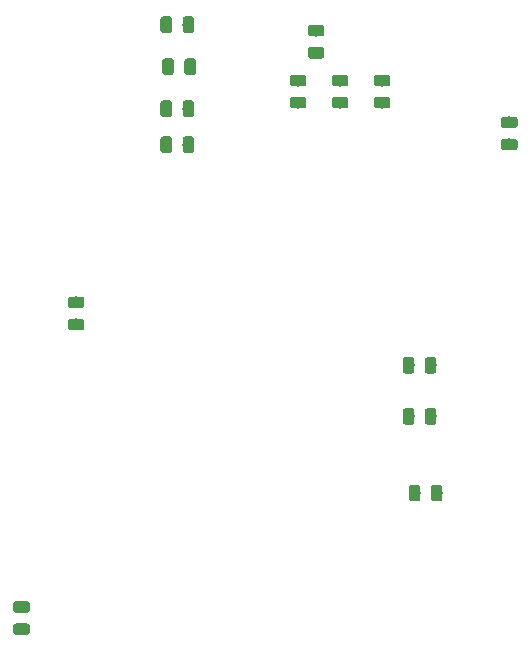
<source format=gbr>
G04 #@! TF.GenerationSoftware,KiCad,Pcbnew,(5.1.4)-1*
G04 #@! TF.CreationDate,2019-11-23T11:55:31-06:00*
G04 #@! TF.ProjectId,BPS_Nucleo,4250535f-4e75-4636-9c65-6f2e6b696361,rev?*
G04 #@! TF.SameCoordinates,Original*
G04 #@! TF.FileFunction,Paste,Bot*
G04 #@! TF.FilePolarity,Positive*
%FSLAX46Y46*%
G04 Gerber Fmt 4.6, Leading zero omitted, Abs format (unit mm)*
G04 Created by KiCad (PCBNEW (5.1.4)-1) date 2019-11-23 11:55:31*
%MOMM*%
%LPD*%
G04 APERTURE LIST*
%ADD10C,0.100000*%
%ADD11C,0.975000*%
G04 APERTURE END LIST*
D10*
G36*
X221386482Y-64293354D02*
G01*
X221410143Y-64296864D01*
X221433347Y-64302676D01*
X221455869Y-64310734D01*
X221477493Y-64320962D01*
X221498010Y-64333259D01*
X221517223Y-64347509D01*
X221534947Y-64363573D01*
X221551011Y-64381297D01*
X221565261Y-64400510D01*
X221577558Y-64421027D01*
X221587786Y-64442651D01*
X221595844Y-64465173D01*
X221601656Y-64488377D01*
X221605166Y-64512038D01*
X221606340Y-64535930D01*
X221606340Y-65023430D01*
X221605166Y-65047322D01*
X221601656Y-65070983D01*
X221595844Y-65094187D01*
X221587786Y-65116709D01*
X221577558Y-65138333D01*
X221565261Y-65158850D01*
X221551011Y-65178063D01*
X221534947Y-65195787D01*
X221517223Y-65211851D01*
X221498010Y-65226101D01*
X221477493Y-65238398D01*
X221455869Y-65248626D01*
X221433347Y-65256684D01*
X221410143Y-65262496D01*
X221386482Y-65266006D01*
X221362590Y-65267180D01*
X220450090Y-65267180D01*
X220426198Y-65266006D01*
X220402537Y-65262496D01*
X220379333Y-65256684D01*
X220356811Y-65248626D01*
X220335187Y-65238398D01*
X220314670Y-65226101D01*
X220295457Y-65211851D01*
X220277733Y-65195787D01*
X220261669Y-65178063D01*
X220247419Y-65158850D01*
X220235122Y-65138333D01*
X220224894Y-65116709D01*
X220216836Y-65094187D01*
X220211024Y-65070983D01*
X220207514Y-65047322D01*
X220206340Y-65023430D01*
X220206340Y-64535930D01*
X220207514Y-64512038D01*
X220211024Y-64488377D01*
X220216836Y-64465173D01*
X220224894Y-64442651D01*
X220235122Y-64421027D01*
X220247419Y-64400510D01*
X220261669Y-64381297D01*
X220277733Y-64363573D01*
X220295457Y-64347509D01*
X220314670Y-64333259D01*
X220335187Y-64320962D01*
X220356811Y-64310734D01*
X220379333Y-64302676D01*
X220402537Y-64296864D01*
X220426198Y-64293354D01*
X220450090Y-64292180D01*
X221362590Y-64292180D01*
X221386482Y-64293354D01*
X221386482Y-64293354D01*
G37*
D11*
X220906340Y-64779680D03*
D10*
G36*
X221386482Y-66168354D02*
G01*
X221410143Y-66171864D01*
X221433347Y-66177676D01*
X221455869Y-66185734D01*
X221477493Y-66195962D01*
X221498010Y-66208259D01*
X221517223Y-66222509D01*
X221534947Y-66238573D01*
X221551011Y-66256297D01*
X221565261Y-66275510D01*
X221577558Y-66296027D01*
X221587786Y-66317651D01*
X221595844Y-66340173D01*
X221601656Y-66363377D01*
X221605166Y-66387038D01*
X221606340Y-66410930D01*
X221606340Y-66898430D01*
X221605166Y-66922322D01*
X221601656Y-66945983D01*
X221595844Y-66969187D01*
X221587786Y-66991709D01*
X221577558Y-67013333D01*
X221565261Y-67033850D01*
X221551011Y-67053063D01*
X221534947Y-67070787D01*
X221517223Y-67086851D01*
X221498010Y-67101101D01*
X221477493Y-67113398D01*
X221455869Y-67123626D01*
X221433347Y-67131684D01*
X221410143Y-67137496D01*
X221386482Y-67141006D01*
X221362590Y-67142180D01*
X220450090Y-67142180D01*
X220426198Y-67141006D01*
X220402537Y-67137496D01*
X220379333Y-67131684D01*
X220356811Y-67123626D01*
X220335187Y-67113398D01*
X220314670Y-67101101D01*
X220295457Y-67086851D01*
X220277733Y-67070787D01*
X220261669Y-67053063D01*
X220247419Y-67033850D01*
X220235122Y-67013333D01*
X220224894Y-66991709D01*
X220216836Y-66969187D01*
X220211024Y-66945983D01*
X220207514Y-66922322D01*
X220206340Y-66898430D01*
X220206340Y-66410930D01*
X220207514Y-66387038D01*
X220211024Y-66363377D01*
X220216836Y-66340173D01*
X220224894Y-66317651D01*
X220235122Y-66296027D01*
X220247419Y-66275510D01*
X220261669Y-66256297D01*
X220277733Y-66238573D01*
X220295457Y-66222509D01*
X220314670Y-66208259D01*
X220335187Y-66195962D01*
X220356811Y-66185734D01*
X220379333Y-66177676D01*
X220402537Y-66171864D01*
X220426198Y-66168354D01*
X220450090Y-66167180D01*
X221362590Y-66167180D01*
X221386482Y-66168354D01*
X221386482Y-66168354D01*
G37*
D11*
X220906340Y-66654680D03*
D10*
G36*
X214274482Y-66168354D02*
G01*
X214298143Y-66171864D01*
X214321347Y-66177676D01*
X214343869Y-66185734D01*
X214365493Y-66195962D01*
X214386010Y-66208259D01*
X214405223Y-66222509D01*
X214422947Y-66238573D01*
X214439011Y-66256297D01*
X214453261Y-66275510D01*
X214465558Y-66296027D01*
X214475786Y-66317651D01*
X214483844Y-66340173D01*
X214489656Y-66363377D01*
X214493166Y-66387038D01*
X214494340Y-66410930D01*
X214494340Y-66898430D01*
X214493166Y-66922322D01*
X214489656Y-66945983D01*
X214483844Y-66969187D01*
X214475786Y-66991709D01*
X214465558Y-67013333D01*
X214453261Y-67033850D01*
X214439011Y-67053063D01*
X214422947Y-67070787D01*
X214405223Y-67086851D01*
X214386010Y-67101101D01*
X214365493Y-67113398D01*
X214343869Y-67123626D01*
X214321347Y-67131684D01*
X214298143Y-67137496D01*
X214274482Y-67141006D01*
X214250590Y-67142180D01*
X213338090Y-67142180D01*
X213314198Y-67141006D01*
X213290537Y-67137496D01*
X213267333Y-67131684D01*
X213244811Y-67123626D01*
X213223187Y-67113398D01*
X213202670Y-67101101D01*
X213183457Y-67086851D01*
X213165733Y-67070787D01*
X213149669Y-67053063D01*
X213135419Y-67033850D01*
X213123122Y-67013333D01*
X213112894Y-66991709D01*
X213104836Y-66969187D01*
X213099024Y-66945983D01*
X213095514Y-66922322D01*
X213094340Y-66898430D01*
X213094340Y-66410930D01*
X213095514Y-66387038D01*
X213099024Y-66363377D01*
X213104836Y-66340173D01*
X213112894Y-66317651D01*
X213123122Y-66296027D01*
X213135419Y-66275510D01*
X213149669Y-66256297D01*
X213165733Y-66238573D01*
X213183457Y-66222509D01*
X213202670Y-66208259D01*
X213223187Y-66195962D01*
X213244811Y-66185734D01*
X213267333Y-66177676D01*
X213290537Y-66171864D01*
X213314198Y-66168354D01*
X213338090Y-66167180D01*
X214250590Y-66167180D01*
X214274482Y-66168354D01*
X214274482Y-66168354D01*
G37*
D11*
X213794340Y-66654680D03*
D10*
G36*
X214274482Y-64293354D02*
G01*
X214298143Y-64296864D01*
X214321347Y-64302676D01*
X214343869Y-64310734D01*
X214365493Y-64320962D01*
X214386010Y-64333259D01*
X214405223Y-64347509D01*
X214422947Y-64363573D01*
X214439011Y-64381297D01*
X214453261Y-64400510D01*
X214465558Y-64421027D01*
X214475786Y-64442651D01*
X214483844Y-64465173D01*
X214489656Y-64488377D01*
X214493166Y-64512038D01*
X214494340Y-64535930D01*
X214494340Y-65023430D01*
X214493166Y-65047322D01*
X214489656Y-65070983D01*
X214483844Y-65094187D01*
X214475786Y-65116709D01*
X214465558Y-65138333D01*
X214453261Y-65158850D01*
X214439011Y-65178063D01*
X214422947Y-65195787D01*
X214405223Y-65211851D01*
X214386010Y-65226101D01*
X214365493Y-65238398D01*
X214343869Y-65248626D01*
X214321347Y-65256684D01*
X214298143Y-65262496D01*
X214274482Y-65266006D01*
X214250590Y-65267180D01*
X213338090Y-65267180D01*
X213314198Y-65266006D01*
X213290537Y-65262496D01*
X213267333Y-65256684D01*
X213244811Y-65248626D01*
X213223187Y-65238398D01*
X213202670Y-65226101D01*
X213183457Y-65211851D01*
X213165733Y-65195787D01*
X213149669Y-65178063D01*
X213135419Y-65158850D01*
X213123122Y-65138333D01*
X213112894Y-65116709D01*
X213104836Y-65094187D01*
X213099024Y-65070983D01*
X213095514Y-65047322D01*
X213094340Y-65023430D01*
X213094340Y-64535930D01*
X213095514Y-64512038D01*
X213099024Y-64488377D01*
X213104836Y-64465173D01*
X213112894Y-64442651D01*
X213123122Y-64421027D01*
X213135419Y-64400510D01*
X213149669Y-64381297D01*
X213165733Y-64363573D01*
X213183457Y-64347509D01*
X213202670Y-64333259D01*
X213223187Y-64320962D01*
X213244811Y-64310734D01*
X213267333Y-64302676D01*
X213290537Y-64296864D01*
X213314198Y-64293354D01*
X213338090Y-64292180D01*
X214250590Y-64292180D01*
X214274482Y-64293354D01*
X214274482Y-64293354D01*
G37*
D11*
X213794340Y-64779680D03*
D10*
G36*
X217830482Y-66168354D02*
G01*
X217854143Y-66171864D01*
X217877347Y-66177676D01*
X217899869Y-66185734D01*
X217921493Y-66195962D01*
X217942010Y-66208259D01*
X217961223Y-66222509D01*
X217978947Y-66238573D01*
X217995011Y-66256297D01*
X218009261Y-66275510D01*
X218021558Y-66296027D01*
X218031786Y-66317651D01*
X218039844Y-66340173D01*
X218045656Y-66363377D01*
X218049166Y-66387038D01*
X218050340Y-66410930D01*
X218050340Y-66898430D01*
X218049166Y-66922322D01*
X218045656Y-66945983D01*
X218039844Y-66969187D01*
X218031786Y-66991709D01*
X218021558Y-67013333D01*
X218009261Y-67033850D01*
X217995011Y-67053063D01*
X217978947Y-67070787D01*
X217961223Y-67086851D01*
X217942010Y-67101101D01*
X217921493Y-67113398D01*
X217899869Y-67123626D01*
X217877347Y-67131684D01*
X217854143Y-67137496D01*
X217830482Y-67141006D01*
X217806590Y-67142180D01*
X216894090Y-67142180D01*
X216870198Y-67141006D01*
X216846537Y-67137496D01*
X216823333Y-67131684D01*
X216800811Y-67123626D01*
X216779187Y-67113398D01*
X216758670Y-67101101D01*
X216739457Y-67086851D01*
X216721733Y-67070787D01*
X216705669Y-67053063D01*
X216691419Y-67033850D01*
X216679122Y-67013333D01*
X216668894Y-66991709D01*
X216660836Y-66969187D01*
X216655024Y-66945983D01*
X216651514Y-66922322D01*
X216650340Y-66898430D01*
X216650340Y-66410930D01*
X216651514Y-66387038D01*
X216655024Y-66363377D01*
X216660836Y-66340173D01*
X216668894Y-66317651D01*
X216679122Y-66296027D01*
X216691419Y-66275510D01*
X216705669Y-66256297D01*
X216721733Y-66238573D01*
X216739457Y-66222509D01*
X216758670Y-66208259D01*
X216779187Y-66195962D01*
X216800811Y-66185734D01*
X216823333Y-66177676D01*
X216846537Y-66171864D01*
X216870198Y-66168354D01*
X216894090Y-66167180D01*
X217806590Y-66167180D01*
X217830482Y-66168354D01*
X217830482Y-66168354D01*
G37*
D11*
X217350340Y-66654680D03*
D10*
G36*
X217830482Y-64293354D02*
G01*
X217854143Y-64296864D01*
X217877347Y-64302676D01*
X217899869Y-64310734D01*
X217921493Y-64320962D01*
X217942010Y-64333259D01*
X217961223Y-64347509D01*
X217978947Y-64363573D01*
X217995011Y-64381297D01*
X218009261Y-64400510D01*
X218021558Y-64421027D01*
X218031786Y-64442651D01*
X218039844Y-64465173D01*
X218045656Y-64488377D01*
X218049166Y-64512038D01*
X218050340Y-64535930D01*
X218050340Y-65023430D01*
X218049166Y-65047322D01*
X218045656Y-65070983D01*
X218039844Y-65094187D01*
X218031786Y-65116709D01*
X218021558Y-65138333D01*
X218009261Y-65158850D01*
X217995011Y-65178063D01*
X217978947Y-65195787D01*
X217961223Y-65211851D01*
X217942010Y-65226101D01*
X217921493Y-65238398D01*
X217899869Y-65248626D01*
X217877347Y-65256684D01*
X217854143Y-65262496D01*
X217830482Y-65266006D01*
X217806590Y-65267180D01*
X216894090Y-65267180D01*
X216870198Y-65266006D01*
X216846537Y-65262496D01*
X216823333Y-65256684D01*
X216800811Y-65248626D01*
X216779187Y-65238398D01*
X216758670Y-65226101D01*
X216739457Y-65211851D01*
X216721733Y-65195787D01*
X216705669Y-65178063D01*
X216691419Y-65158850D01*
X216679122Y-65138333D01*
X216668894Y-65116709D01*
X216660836Y-65094187D01*
X216655024Y-65070983D01*
X216651514Y-65047322D01*
X216650340Y-65023430D01*
X216650340Y-64535930D01*
X216651514Y-64512038D01*
X216655024Y-64488377D01*
X216660836Y-64465173D01*
X216668894Y-64442651D01*
X216679122Y-64421027D01*
X216691419Y-64400510D01*
X216705669Y-64381297D01*
X216721733Y-64363573D01*
X216739457Y-64347509D01*
X216758670Y-64333259D01*
X216779187Y-64320962D01*
X216800811Y-64310734D01*
X216823333Y-64302676D01*
X216846537Y-64296864D01*
X216870198Y-64293354D01*
X216894090Y-64292180D01*
X217806590Y-64292180D01*
X217830482Y-64293354D01*
X217830482Y-64293354D01*
G37*
D11*
X217350340Y-64779680D03*
D10*
G36*
X223406642Y-92524254D02*
G01*
X223430303Y-92527764D01*
X223453507Y-92533576D01*
X223476029Y-92541634D01*
X223497653Y-92551862D01*
X223518170Y-92564159D01*
X223537383Y-92578409D01*
X223555107Y-92594473D01*
X223571171Y-92612197D01*
X223585421Y-92631410D01*
X223597718Y-92651927D01*
X223607946Y-92673551D01*
X223616004Y-92696073D01*
X223621816Y-92719277D01*
X223625326Y-92742938D01*
X223626500Y-92766830D01*
X223626500Y-93679330D01*
X223625326Y-93703222D01*
X223621816Y-93726883D01*
X223616004Y-93750087D01*
X223607946Y-93772609D01*
X223597718Y-93794233D01*
X223585421Y-93814750D01*
X223571171Y-93833963D01*
X223555107Y-93851687D01*
X223537383Y-93867751D01*
X223518170Y-93882001D01*
X223497653Y-93894298D01*
X223476029Y-93904526D01*
X223453507Y-93912584D01*
X223430303Y-93918396D01*
X223406642Y-93921906D01*
X223382750Y-93923080D01*
X222895250Y-93923080D01*
X222871358Y-93921906D01*
X222847697Y-93918396D01*
X222824493Y-93912584D01*
X222801971Y-93904526D01*
X222780347Y-93894298D01*
X222759830Y-93882001D01*
X222740617Y-93867751D01*
X222722893Y-93851687D01*
X222706829Y-93833963D01*
X222692579Y-93814750D01*
X222680282Y-93794233D01*
X222670054Y-93772609D01*
X222661996Y-93750087D01*
X222656184Y-93726883D01*
X222652674Y-93703222D01*
X222651500Y-93679330D01*
X222651500Y-92766830D01*
X222652674Y-92742938D01*
X222656184Y-92719277D01*
X222661996Y-92696073D01*
X222670054Y-92673551D01*
X222680282Y-92651927D01*
X222692579Y-92631410D01*
X222706829Y-92612197D01*
X222722893Y-92594473D01*
X222740617Y-92578409D01*
X222759830Y-92564159D01*
X222780347Y-92551862D01*
X222801971Y-92541634D01*
X222824493Y-92533576D01*
X222847697Y-92527764D01*
X222871358Y-92524254D01*
X222895250Y-92523080D01*
X223382750Y-92523080D01*
X223406642Y-92524254D01*
X223406642Y-92524254D01*
G37*
D11*
X223139000Y-93223080D03*
D10*
G36*
X225281642Y-92524254D02*
G01*
X225305303Y-92527764D01*
X225328507Y-92533576D01*
X225351029Y-92541634D01*
X225372653Y-92551862D01*
X225393170Y-92564159D01*
X225412383Y-92578409D01*
X225430107Y-92594473D01*
X225446171Y-92612197D01*
X225460421Y-92631410D01*
X225472718Y-92651927D01*
X225482946Y-92673551D01*
X225491004Y-92696073D01*
X225496816Y-92719277D01*
X225500326Y-92742938D01*
X225501500Y-92766830D01*
X225501500Y-93679330D01*
X225500326Y-93703222D01*
X225496816Y-93726883D01*
X225491004Y-93750087D01*
X225482946Y-93772609D01*
X225472718Y-93794233D01*
X225460421Y-93814750D01*
X225446171Y-93833963D01*
X225430107Y-93851687D01*
X225412383Y-93867751D01*
X225393170Y-93882001D01*
X225372653Y-93894298D01*
X225351029Y-93904526D01*
X225328507Y-93912584D01*
X225305303Y-93918396D01*
X225281642Y-93921906D01*
X225257750Y-93923080D01*
X224770250Y-93923080D01*
X224746358Y-93921906D01*
X224722697Y-93918396D01*
X224699493Y-93912584D01*
X224676971Y-93904526D01*
X224655347Y-93894298D01*
X224634830Y-93882001D01*
X224615617Y-93867751D01*
X224597893Y-93851687D01*
X224581829Y-93833963D01*
X224567579Y-93814750D01*
X224555282Y-93794233D01*
X224545054Y-93772609D01*
X224536996Y-93750087D01*
X224531184Y-93726883D01*
X224527674Y-93703222D01*
X224526500Y-93679330D01*
X224526500Y-92766830D01*
X224527674Y-92742938D01*
X224531184Y-92719277D01*
X224536996Y-92696073D01*
X224545054Y-92673551D01*
X224555282Y-92651927D01*
X224567579Y-92631410D01*
X224581829Y-92612197D01*
X224597893Y-92594473D01*
X224615617Y-92578409D01*
X224634830Y-92564159D01*
X224655347Y-92551862D01*
X224676971Y-92541634D01*
X224699493Y-92533576D01*
X224722697Y-92527764D01*
X224746358Y-92524254D01*
X224770250Y-92523080D01*
X225257750Y-92523080D01*
X225281642Y-92524254D01*
X225281642Y-92524254D01*
G37*
D11*
X225014000Y-93223080D03*
D10*
G36*
X223914642Y-99001254D02*
G01*
X223938303Y-99004764D01*
X223961507Y-99010576D01*
X223984029Y-99018634D01*
X224005653Y-99028862D01*
X224026170Y-99041159D01*
X224045383Y-99055409D01*
X224063107Y-99071473D01*
X224079171Y-99089197D01*
X224093421Y-99108410D01*
X224105718Y-99128927D01*
X224115946Y-99150551D01*
X224124004Y-99173073D01*
X224129816Y-99196277D01*
X224133326Y-99219938D01*
X224134500Y-99243830D01*
X224134500Y-100156330D01*
X224133326Y-100180222D01*
X224129816Y-100203883D01*
X224124004Y-100227087D01*
X224115946Y-100249609D01*
X224105718Y-100271233D01*
X224093421Y-100291750D01*
X224079171Y-100310963D01*
X224063107Y-100328687D01*
X224045383Y-100344751D01*
X224026170Y-100359001D01*
X224005653Y-100371298D01*
X223984029Y-100381526D01*
X223961507Y-100389584D01*
X223938303Y-100395396D01*
X223914642Y-100398906D01*
X223890750Y-100400080D01*
X223403250Y-100400080D01*
X223379358Y-100398906D01*
X223355697Y-100395396D01*
X223332493Y-100389584D01*
X223309971Y-100381526D01*
X223288347Y-100371298D01*
X223267830Y-100359001D01*
X223248617Y-100344751D01*
X223230893Y-100328687D01*
X223214829Y-100310963D01*
X223200579Y-100291750D01*
X223188282Y-100271233D01*
X223178054Y-100249609D01*
X223169996Y-100227087D01*
X223164184Y-100203883D01*
X223160674Y-100180222D01*
X223159500Y-100156330D01*
X223159500Y-99243830D01*
X223160674Y-99219938D01*
X223164184Y-99196277D01*
X223169996Y-99173073D01*
X223178054Y-99150551D01*
X223188282Y-99128927D01*
X223200579Y-99108410D01*
X223214829Y-99089197D01*
X223230893Y-99071473D01*
X223248617Y-99055409D01*
X223267830Y-99041159D01*
X223288347Y-99028862D01*
X223309971Y-99018634D01*
X223332493Y-99010576D01*
X223355697Y-99004764D01*
X223379358Y-99001254D01*
X223403250Y-99000080D01*
X223890750Y-99000080D01*
X223914642Y-99001254D01*
X223914642Y-99001254D01*
G37*
D11*
X223647000Y-99700080D03*
D10*
G36*
X225789642Y-99001254D02*
G01*
X225813303Y-99004764D01*
X225836507Y-99010576D01*
X225859029Y-99018634D01*
X225880653Y-99028862D01*
X225901170Y-99041159D01*
X225920383Y-99055409D01*
X225938107Y-99071473D01*
X225954171Y-99089197D01*
X225968421Y-99108410D01*
X225980718Y-99128927D01*
X225990946Y-99150551D01*
X225999004Y-99173073D01*
X226004816Y-99196277D01*
X226008326Y-99219938D01*
X226009500Y-99243830D01*
X226009500Y-100156330D01*
X226008326Y-100180222D01*
X226004816Y-100203883D01*
X225999004Y-100227087D01*
X225990946Y-100249609D01*
X225980718Y-100271233D01*
X225968421Y-100291750D01*
X225954171Y-100310963D01*
X225938107Y-100328687D01*
X225920383Y-100344751D01*
X225901170Y-100359001D01*
X225880653Y-100371298D01*
X225859029Y-100381526D01*
X225836507Y-100389584D01*
X225813303Y-100395396D01*
X225789642Y-100398906D01*
X225765750Y-100400080D01*
X225278250Y-100400080D01*
X225254358Y-100398906D01*
X225230697Y-100395396D01*
X225207493Y-100389584D01*
X225184971Y-100381526D01*
X225163347Y-100371298D01*
X225142830Y-100359001D01*
X225123617Y-100344751D01*
X225105893Y-100328687D01*
X225089829Y-100310963D01*
X225075579Y-100291750D01*
X225063282Y-100271233D01*
X225053054Y-100249609D01*
X225044996Y-100227087D01*
X225039184Y-100203883D01*
X225035674Y-100180222D01*
X225034500Y-100156330D01*
X225034500Y-99243830D01*
X225035674Y-99219938D01*
X225039184Y-99196277D01*
X225044996Y-99173073D01*
X225053054Y-99150551D01*
X225063282Y-99128927D01*
X225075579Y-99108410D01*
X225089829Y-99089197D01*
X225105893Y-99071473D01*
X225123617Y-99055409D01*
X225142830Y-99041159D01*
X225163347Y-99028862D01*
X225184971Y-99018634D01*
X225207493Y-99010576D01*
X225230697Y-99004764D01*
X225254358Y-99001254D01*
X225278250Y-99000080D01*
X225765750Y-99000080D01*
X225789642Y-99001254D01*
X225789642Y-99001254D01*
G37*
D11*
X225522000Y-99700080D03*
D10*
G36*
X223406642Y-88193554D02*
G01*
X223430303Y-88197064D01*
X223453507Y-88202876D01*
X223476029Y-88210934D01*
X223497653Y-88221162D01*
X223518170Y-88233459D01*
X223537383Y-88247709D01*
X223555107Y-88263773D01*
X223571171Y-88281497D01*
X223585421Y-88300710D01*
X223597718Y-88321227D01*
X223607946Y-88342851D01*
X223616004Y-88365373D01*
X223621816Y-88388577D01*
X223625326Y-88412238D01*
X223626500Y-88436130D01*
X223626500Y-89348630D01*
X223625326Y-89372522D01*
X223621816Y-89396183D01*
X223616004Y-89419387D01*
X223607946Y-89441909D01*
X223597718Y-89463533D01*
X223585421Y-89484050D01*
X223571171Y-89503263D01*
X223555107Y-89520987D01*
X223537383Y-89537051D01*
X223518170Y-89551301D01*
X223497653Y-89563598D01*
X223476029Y-89573826D01*
X223453507Y-89581884D01*
X223430303Y-89587696D01*
X223406642Y-89591206D01*
X223382750Y-89592380D01*
X222895250Y-89592380D01*
X222871358Y-89591206D01*
X222847697Y-89587696D01*
X222824493Y-89581884D01*
X222801971Y-89573826D01*
X222780347Y-89563598D01*
X222759830Y-89551301D01*
X222740617Y-89537051D01*
X222722893Y-89520987D01*
X222706829Y-89503263D01*
X222692579Y-89484050D01*
X222680282Y-89463533D01*
X222670054Y-89441909D01*
X222661996Y-89419387D01*
X222656184Y-89396183D01*
X222652674Y-89372522D01*
X222651500Y-89348630D01*
X222651500Y-88436130D01*
X222652674Y-88412238D01*
X222656184Y-88388577D01*
X222661996Y-88365373D01*
X222670054Y-88342851D01*
X222680282Y-88321227D01*
X222692579Y-88300710D01*
X222706829Y-88281497D01*
X222722893Y-88263773D01*
X222740617Y-88247709D01*
X222759830Y-88233459D01*
X222780347Y-88221162D01*
X222801971Y-88210934D01*
X222824493Y-88202876D01*
X222847697Y-88197064D01*
X222871358Y-88193554D01*
X222895250Y-88192380D01*
X223382750Y-88192380D01*
X223406642Y-88193554D01*
X223406642Y-88193554D01*
G37*
D11*
X223139000Y-88892380D03*
D10*
G36*
X225281642Y-88193554D02*
G01*
X225305303Y-88197064D01*
X225328507Y-88202876D01*
X225351029Y-88210934D01*
X225372653Y-88221162D01*
X225393170Y-88233459D01*
X225412383Y-88247709D01*
X225430107Y-88263773D01*
X225446171Y-88281497D01*
X225460421Y-88300710D01*
X225472718Y-88321227D01*
X225482946Y-88342851D01*
X225491004Y-88365373D01*
X225496816Y-88388577D01*
X225500326Y-88412238D01*
X225501500Y-88436130D01*
X225501500Y-89348630D01*
X225500326Y-89372522D01*
X225496816Y-89396183D01*
X225491004Y-89419387D01*
X225482946Y-89441909D01*
X225472718Y-89463533D01*
X225460421Y-89484050D01*
X225446171Y-89503263D01*
X225430107Y-89520987D01*
X225412383Y-89537051D01*
X225393170Y-89551301D01*
X225372653Y-89563598D01*
X225351029Y-89573826D01*
X225328507Y-89581884D01*
X225305303Y-89587696D01*
X225281642Y-89591206D01*
X225257750Y-89592380D01*
X224770250Y-89592380D01*
X224746358Y-89591206D01*
X224722697Y-89587696D01*
X224699493Y-89581884D01*
X224676971Y-89573826D01*
X224655347Y-89563598D01*
X224634830Y-89551301D01*
X224615617Y-89537051D01*
X224597893Y-89520987D01*
X224581829Y-89503263D01*
X224567579Y-89484050D01*
X224555282Y-89463533D01*
X224545054Y-89441909D01*
X224536996Y-89419387D01*
X224531184Y-89396183D01*
X224527674Y-89372522D01*
X224526500Y-89348630D01*
X224526500Y-88436130D01*
X224527674Y-88412238D01*
X224531184Y-88388577D01*
X224536996Y-88365373D01*
X224545054Y-88342851D01*
X224555282Y-88321227D01*
X224567579Y-88300710D01*
X224581829Y-88281497D01*
X224597893Y-88263773D01*
X224615617Y-88247709D01*
X224634830Y-88233459D01*
X224655347Y-88221162D01*
X224676971Y-88210934D01*
X224699493Y-88202876D01*
X224722697Y-88197064D01*
X224746358Y-88193554D01*
X224770250Y-88192380D01*
X225257750Y-88192380D01*
X225281642Y-88193554D01*
X225281642Y-88193554D01*
G37*
D11*
X225014000Y-88892380D03*
D10*
G36*
X232143382Y-67834114D02*
G01*
X232167043Y-67837624D01*
X232190247Y-67843436D01*
X232212769Y-67851494D01*
X232234393Y-67861722D01*
X232254910Y-67874019D01*
X232274123Y-67888269D01*
X232291847Y-67904333D01*
X232307911Y-67922057D01*
X232322161Y-67941270D01*
X232334458Y-67961787D01*
X232344686Y-67983411D01*
X232352744Y-68005933D01*
X232358556Y-68029137D01*
X232362066Y-68052798D01*
X232363240Y-68076690D01*
X232363240Y-68564190D01*
X232362066Y-68588082D01*
X232358556Y-68611743D01*
X232352744Y-68634947D01*
X232344686Y-68657469D01*
X232334458Y-68679093D01*
X232322161Y-68699610D01*
X232307911Y-68718823D01*
X232291847Y-68736547D01*
X232274123Y-68752611D01*
X232254910Y-68766861D01*
X232234393Y-68779158D01*
X232212769Y-68789386D01*
X232190247Y-68797444D01*
X232167043Y-68803256D01*
X232143382Y-68806766D01*
X232119490Y-68807940D01*
X231206990Y-68807940D01*
X231183098Y-68806766D01*
X231159437Y-68803256D01*
X231136233Y-68797444D01*
X231113711Y-68789386D01*
X231092087Y-68779158D01*
X231071570Y-68766861D01*
X231052357Y-68752611D01*
X231034633Y-68736547D01*
X231018569Y-68718823D01*
X231004319Y-68699610D01*
X230992022Y-68679093D01*
X230981794Y-68657469D01*
X230973736Y-68634947D01*
X230967924Y-68611743D01*
X230964414Y-68588082D01*
X230963240Y-68564190D01*
X230963240Y-68076690D01*
X230964414Y-68052798D01*
X230967924Y-68029137D01*
X230973736Y-68005933D01*
X230981794Y-67983411D01*
X230992022Y-67961787D01*
X231004319Y-67941270D01*
X231018569Y-67922057D01*
X231034633Y-67904333D01*
X231052357Y-67888269D01*
X231071570Y-67874019D01*
X231092087Y-67861722D01*
X231113711Y-67851494D01*
X231136233Y-67843436D01*
X231159437Y-67837624D01*
X231183098Y-67834114D01*
X231206990Y-67832940D01*
X232119490Y-67832940D01*
X232143382Y-67834114D01*
X232143382Y-67834114D01*
G37*
D11*
X231663240Y-68320440D03*
D10*
G36*
X232143382Y-69709114D02*
G01*
X232167043Y-69712624D01*
X232190247Y-69718436D01*
X232212769Y-69726494D01*
X232234393Y-69736722D01*
X232254910Y-69749019D01*
X232274123Y-69763269D01*
X232291847Y-69779333D01*
X232307911Y-69797057D01*
X232322161Y-69816270D01*
X232334458Y-69836787D01*
X232344686Y-69858411D01*
X232352744Y-69880933D01*
X232358556Y-69904137D01*
X232362066Y-69927798D01*
X232363240Y-69951690D01*
X232363240Y-70439190D01*
X232362066Y-70463082D01*
X232358556Y-70486743D01*
X232352744Y-70509947D01*
X232344686Y-70532469D01*
X232334458Y-70554093D01*
X232322161Y-70574610D01*
X232307911Y-70593823D01*
X232291847Y-70611547D01*
X232274123Y-70627611D01*
X232254910Y-70641861D01*
X232234393Y-70654158D01*
X232212769Y-70664386D01*
X232190247Y-70672444D01*
X232167043Y-70678256D01*
X232143382Y-70681766D01*
X232119490Y-70682940D01*
X231206990Y-70682940D01*
X231183098Y-70681766D01*
X231159437Y-70678256D01*
X231136233Y-70672444D01*
X231113711Y-70664386D01*
X231092087Y-70654158D01*
X231071570Y-70641861D01*
X231052357Y-70627611D01*
X231034633Y-70611547D01*
X231018569Y-70593823D01*
X231004319Y-70574610D01*
X230992022Y-70554093D01*
X230981794Y-70532469D01*
X230973736Y-70509947D01*
X230967924Y-70486743D01*
X230964414Y-70463082D01*
X230963240Y-70439190D01*
X230963240Y-69951690D01*
X230964414Y-69927798D01*
X230967924Y-69904137D01*
X230973736Y-69880933D01*
X230981794Y-69858411D01*
X230992022Y-69836787D01*
X231004319Y-69816270D01*
X231018569Y-69797057D01*
X231034633Y-69779333D01*
X231052357Y-69763269D01*
X231071570Y-69749019D01*
X231092087Y-69736722D01*
X231113711Y-69726494D01*
X231136233Y-69718436D01*
X231159437Y-69712624D01*
X231183098Y-69709114D01*
X231206990Y-69707940D01*
X232119490Y-69707940D01*
X232143382Y-69709114D01*
X232143382Y-69709114D01*
G37*
D11*
X231663240Y-70195440D03*
D10*
G36*
X215798482Y-60072354D02*
G01*
X215822143Y-60075864D01*
X215845347Y-60081676D01*
X215867869Y-60089734D01*
X215889493Y-60099962D01*
X215910010Y-60112259D01*
X215929223Y-60126509D01*
X215946947Y-60142573D01*
X215963011Y-60160297D01*
X215977261Y-60179510D01*
X215989558Y-60200027D01*
X215999786Y-60221651D01*
X216007844Y-60244173D01*
X216013656Y-60267377D01*
X216017166Y-60291038D01*
X216018340Y-60314930D01*
X216018340Y-60802430D01*
X216017166Y-60826322D01*
X216013656Y-60849983D01*
X216007844Y-60873187D01*
X215999786Y-60895709D01*
X215989558Y-60917333D01*
X215977261Y-60937850D01*
X215963011Y-60957063D01*
X215946947Y-60974787D01*
X215929223Y-60990851D01*
X215910010Y-61005101D01*
X215889493Y-61017398D01*
X215867869Y-61027626D01*
X215845347Y-61035684D01*
X215822143Y-61041496D01*
X215798482Y-61045006D01*
X215774590Y-61046180D01*
X214862090Y-61046180D01*
X214838198Y-61045006D01*
X214814537Y-61041496D01*
X214791333Y-61035684D01*
X214768811Y-61027626D01*
X214747187Y-61017398D01*
X214726670Y-61005101D01*
X214707457Y-60990851D01*
X214689733Y-60974787D01*
X214673669Y-60957063D01*
X214659419Y-60937850D01*
X214647122Y-60917333D01*
X214636894Y-60895709D01*
X214628836Y-60873187D01*
X214623024Y-60849983D01*
X214619514Y-60826322D01*
X214618340Y-60802430D01*
X214618340Y-60314930D01*
X214619514Y-60291038D01*
X214623024Y-60267377D01*
X214628836Y-60244173D01*
X214636894Y-60221651D01*
X214647122Y-60200027D01*
X214659419Y-60179510D01*
X214673669Y-60160297D01*
X214689733Y-60142573D01*
X214707457Y-60126509D01*
X214726670Y-60112259D01*
X214747187Y-60099962D01*
X214768811Y-60089734D01*
X214791333Y-60081676D01*
X214814537Y-60075864D01*
X214838198Y-60072354D01*
X214862090Y-60071180D01*
X215774590Y-60071180D01*
X215798482Y-60072354D01*
X215798482Y-60072354D01*
G37*
D11*
X215318340Y-60558680D03*
D10*
G36*
X215798482Y-61947354D02*
G01*
X215822143Y-61950864D01*
X215845347Y-61956676D01*
X215867869Y-61964734D01*
X215889493Y-61974962D01*
X215910010Y-61987259D01*
X215929223Y-62001509D01*
X215946947Y-62017573D01*
X215963011Y-62035297D01*
X215977261Y-62054510D01*
X215989558Y-62075027D01*
X215999786Y-62096651D01*
X216007844Y-62119173D01*
X216013656Y-62142377D01*
X216017166Y-62166038D01*
X216018340Y-62189930D01*
X216018340Y-62677430D01*
X216017166Y-62701322D01*
X216013656Y-62724983D01*
X216007844Y-62748187D01*
X215999786Y-62770709D01*
X215989558Y-62792333D01*
X215977261Y-62812850D01*
X215963011Y-62832063D01*
X215946947Y-62849787D01*
X215929223Y-62865851D01*
X215910010Y-62880101D01*
X215889493Y-62892398D01*
X215867869Y-62902626D01*
X215845347Y-62910684D01*
X215822143Y-62916496D01*
X215798482Y-62920006D01*
X215774590Y-62921180D01*
X214862090Y-62921180D01*
X214838198Y-62920006D01*
X214814537Y-62916496D01*
X214791333Y-62910684D01*
X214768811Y-62902626D01*
X214747187Y-62892398D01*
X214726670Y-62880101D01*
X214707457Y-62865851D01*
X214689733Y-62849787D01*
X214673669Y-62832063D01*
X214659419Y-62812850D01*
X214647122Y-62792333D01*
X214636894Y-62770709D01*
X214628836Y-62748187D01*
X214623024Y-62724983D01*
X214619514Y-62701322D01*
X214618340Y-62677430D01*
X214618340Y-62189930D01*
X214619514Y-62166038D01*
X214623024Y-62142377D01*
X214628836Y-62119173D01*
X214636894Y-62096651D01*
X214647122Y-62075027D01*
X214659419Y-62054510D01*
X214673669Y-62035297D01*
X214689733Y-62017573D01*
X214707457Y-62001509D01*
X214726670Y-61987259D01*
X214747187Y-61974962D01*
X214768811Y-61964734D01*
X214791333Y-61956676D01*
X214814537Y-61950864D01*
X214838198Y-61947354D01*
X214862090Y-61946180D01*
X215774590Y-61946180D01*
X215798482Y-61947354D01*
X215798482Y-61947354D01*
G37*
D11*
X215318340Y-62433680D03*
D10*
G36*
X195475942Y-84951654D02*
G01*
X195499603Y-84955164D01*
X195522807Y-84960976D01*
X195545329Y-84969034D01*
X195566953Y-84979262D01*
X195587470Y-84991559D01*
X195606683Y-85005809D01*
X195624407Y-85021873D01*
X195640471Y-85039597D01*
X195654721Y-85058810D01*
X195667018Y-85079327D01*
X195677246Y-85100951D01*
X195685304Y-85123473D01*
X195691116Y-85146677D01*
X195694626Y-85170338D01*
X195695800Y-85194230D01*
X195695800Y-85681730D01*
X195694626Y-85705622D01*
X195691116Y-85729283D01*
X195685304Y-85752487D01*
X195677246Y-85775009D01*
X195667018Y-85796633D01*
X195654721Y-85817150D01*
X195640471Y-85836363D01*
X195624407Y-85854087D01*
X195606683Y-85870151D01*
X195587470Y-85884401D01*
X195566953Y-85896698D01*
X195545329Y-85906926D01*
X195522807Y-85914984D01*
X195499603Y-85920796D01*
X195475942Y-85924306D01*
X195452050Y-85925480D01*
X194539550Y-85925480D01*
X194515658Y-85924306D01*
X194491997Y-85920796D01*
X194468793Y-85914984D01*
X194446271Y-85906926D01*
X194424647Y-85896698D01*
X194404130Y-85884401D01*
X194384917Y-85870151D01*
X194367193Y-85854087D01*
X194351129Y-85836363D01*
X194336879Y-85817150D01*
X194324582Y-85796633D01*
X194314354Y-85775009D01*
X194306296Y-85752487D01*
X194300484Y-85729283D01*
X194296974Y-85705622D01*
X194295800Y-85681730D01*
X194295800Y-85194230D01*
X194296974Y-85170338D01*
X194300484Y-85146677D01*
X194306296Y-85123473D01*
X194314354Y-85100951D01*
X194324582Y-85079327D01*
X194336879Y-85058810D01*
X194351129Y-85039597D01*
X194367193Y-85021873D01*
X194384917Y-85005809D01*
X194404130Y-84991559D01*
X194424647Y-84979262D01*
X194446271Y-84969034D01*
X194468793Y-84960976D01*
X194491997Y-84955164D01*
X194515658Y-84951654D01*
X194539550Y-84950480D01*
X195452050Y-84950480D01*
X195475942Y-84951654D01*
X195475942Y-84951654D01*
G37*
D11*
X194995800Y-85437980D03*
D10*
G36*
X195475942Y-83076654D02*
G01*
X195499603Y-83080164D01*
X195522807Y-83085976D01*
X195545329Y-83094034D01*
X195566953Y-83104262D01*
X195587470Y-83116559D01*
X195606683Y-83130809D01*
X195624407Y-83146873D01*
X195640471Y-83164597D01*
X195654721Y-83183810D01*
X195667018Y-83204327D01*
X195677246Y-83225951D01*
X195685304Y-83248473D01*
X195691116Y-83271677D01*
X195694626Y-83295338D01*
X195695800Y-83319230D01*
X195695800Y-83806730D01*
X195694626Y-83830622D01*
X195691116Y-83854283D01*
X195685304Y-83877487D01*
X195677246Y-83900009D01*
X195667018Y-83921633D01*
X195654721Y-83942150D01*
X195640471Y-83961363D01*
X195624407Y-83979087D01*
X195606683Y-83995151D01*
X195587470Y-84009401D01*
X195566953Y-84021698D01*
X195545329Y-84031926D01*
X195522807Y-84039984D01*
X195499603Y-84045796D01*
X195475942Y-84049306D01*
X195452050Y-84050480D01*
X194539550Y-84050480D01*
X194515658Y-84049306D01*
X194491997Y-84045796D01*
X194468793Y-84039984D01*
X194446271Y-84031926D01*
X194424647Y-84021698D01*
X194404130Y-84009401D01*
X194384917Y-83995151D01*
X194367193Y-83979087D01*
X194351129Y-83961363D01*
X194336879Y-83942150D01*
X194324582Y-83921633D01*
X194314354Y-83900009D01*
X194306296Y-83877487D01*
X194300484Y-83854283D01*
X194296974Y-83830622D01*
X194295800Y-83806730D01*
X194295800Y-83319230D01*
X194296974Y-83295338D01*
X194300484Y-83271677D01*
X194306296Y-83248473D01*
X194314354Y-83225951D01*
X194324582Y-83204327D01*
X194336879Y-83183810D01*
X194351129Y-83164597D01*
X194367193Y-83146873D01*
X194384917Y-83130809D01*
X194404130Y-83116559D01*
X194424647Y-83104262D01*
X194446271Y-83094034D01*
X194468793Y-83085976D01*
X194491997Y-83080164D01*
X194515658Y-83076654D01*
X194539550Y-83075480D01*
X195452050Y-83075480D01*
X195475942Y-83076654D01*
X195475942Y-83076654D01*
G37*
D11*
X194995800Y-83562980D03*
D10*
G36*
X202885982Y-59351854D02*
G01*
X202909643Y-59355364D01*
X202932847Y-59361176D01*
X202955369Y-59369234D01*
X202976993Y-59379462D01*
X202997510Y-59391759D01*
X203016723Y-59406009D01*
X203034447Y-59422073D01*
X203050511Y-59439797D01*
X203064761Y-59459010D01*
X203077058Y-59479527D01*
X203087286Y-59501151D01*
X203095344Y-59523673D01*
X203101156Y-59546877D01*
X203104666Y-59570538D01*
X203105840Y-59594430D01*
X203105840Y-60506930D01*
X203104666Y-60530822D01*
X203101156Y-60554483D01*
X203095344Y-60577687D01*
X203087286Y-60600209D01*
X203077058Y-60621833D01*
X203064761Y-60642350D01*
X203050511Y-60661563D01*
X203034447Y-60679287D01*
X203016723Y-60695351D01*
X202997510Y-60709601D01*
X202976993Y-60721898D01*
X202955369Y-60732126D01*
X202932847Y-60740184D01*
X202909643Y-60745996D01*
X202885982Y-60749506D01*
X202862090Y-60750680D01*
X202374590Y-60750680D01*
X202350698Y-60749506D01*
X202327037Y-60745996D01*
X202303833Y-60740184D01*
X202281311Y-60732126D01*
X202259687Y-60721898D01*
X202239170Y-60709601D01*
X202219957Y-60695351D01*
X202202233Y-60679287D01*
X202186169Y-60661563D01*
X202171919Y-60642350D01*
X202159622Y-60621833D01*
X202149394Y-60600209D01*
X202141336Y-60577687D01*
X202135524Y-60554483D01*
X202132014Y-60530822D01*
X202130840Y-60506930D01*
X202130840Y-59594430D01*
X202132014Y-59570538D01*
X202135524Y-59546877D01*
X202141336Y-59523673D01*
X202149394Y-59501151D01*
X202159622Y-59479527D01*
X202171919Y-59459010D01*
X202186169Y-59439797D01*
X202202233Y-59422073D01*
X202219957Y-59406009D01*
X202239170Y-59391759D01*
X202259687Y-59379462D01*
X202281311Y-59369234D01*
X202303833Y-59361176D01*
X202327037Y-59355364D01*
X202350698Y-59351854D01*
X202374590Y-59350680D01*
X202862090Y-59350680D01*
X202885982Y-59351854D01*
X202885982Y-59351854D01*
G37*
D11*
X202618340Y-60050680D03*
D10*
G36*
X204760982Y-59351854D02*
G01*
X204784643Y-59355364D01*
X204807847Y-59361176D01*
X204830369Y-59369234D01*
X204851993Y-59379462D01*
X204872510Y-59391759D01*
X204891723Y-59406009D01*
X204909447Y-59422073D01*
X204925511Y-59439797D01*
X204939761Y-59459010D01*
X204952058Y-59479527D01*
X204962286Y-59501151D01*
X204970344Y-59523673D01*
X204976156Y-59546877D01*
X204979666Y-59570538D01*
X204980840Y-59594430D01*
X204980840Y-60506930D01*
X204979666Y-60530822D01*
X204976156Y-60554483D01*
X204970344Y-60577687D01*
X204962286Y-60600209D01*
X204952058Y-60621833D01*
X204939761Y-60642350D01*
X204925511Y-60661563D01*
X204909447Y-60679287D01*
X204891723Y-60695351D01*
X204872510Y-60709601D01*
X204851993Y-60721898D01*
X204830369Y-60732126D01*
X204807847Y-60740184D01*
X204784643Y-60745996D01*
X204760982Y-60749506D01*
X204737090Y-60750680D01*
X204249590Y-60750680D01*
X204225698Y-60749506D01*
X204202037Y-60745996D01*
X204178833Y-60740184D01*
X204156311Y-60732126D01*
X204134687Y-60721898D01*
X204114170Y-60709601D01*
X204094957Y-60695351D01*
X204077233Y-60679287D01*
X204061169Y-60661563D01*
X204046919Y-60642350D01*
X204034622Y-60621833D01*
X204024394Y-60600209D01*
X204016336Y-60577687D01*
X204010524Y-60554483D01*
X204007014Y-60530822D01*
X204005840Y-60506930D01*
X204005840Y-59594430D01*
X204007014Y-59570538D01*
X204010524Y-59546877D01*
X204016336Y-59523673D01*
X204024394Y-59501151D01*
X204034622Y-59479527D01*
X204046919Y-59459010D01*
X204061169Y-59439797D01*
X204077233Y-59422073D01*
X204094957Y-59406009D01*
X204114170Y-59391759D01*
X204134687Y-59379462D01*
X204156311Y-59369234D01*
X204178833Y-59361176D01*
X204202037Y-59355364D01*
X204225698Y-59351854D01*
X204249590Y-59350680D01*
X204737090Y-59350680D01*
X204760982Y-59351854D01*
X204760982Y-59351854D01*
G37*
D11*
X204493340Y-60050680D03*
D10*
G36*
X202885982Y-69511854D02*
G01*
X202909643Y-69515364D01*
X202932847Y-69521176D01*
X202955369Y-69529234D01*
X202976993Y-69539462D01*
X202997510Y-69551759D01*
X203016723Y-69566009D01*
X203034447Y-69582073D01*
X203050511Y-69599797D01*
X203064761Y-69619010D01*
X203077058Y-69639527D01*
X203087286Y-69661151D01*
X203095344Y-69683673D01*
X203101156Y-69706877D01*
X203104666Y-69730538D01*
X203105840Y-69754430D01*
X203105840Y-70666930D01*
X203104666Y-70690822D01*
X203101156Y-70714483D01*
X203095344Y-70737687D01*
X203087286Y-70760209D01*
X203077058Y-70781833D01*
X203064761Y-70802350D01*
X203050511Y-70821563D01*
X203034447Y-70839287D01*
X203016723Y-70855351D01*
X202997510Y-70869601D01*
X202976993Y-70881898D01*
X202955369Y-70892126D01*
X202932847Y-70900184D01*
X202909643Y-70905996D01*
X202885982Y-70909506D01*
X202862090Y-70910680D01*
X202374590Y-70910680D01*
X202350698Y-70909506D01*
X202327037Y-70905996D01*
X202303833Y-70900184D01*
X202281311Y-70892126D01*
X202259687Y-70881898D01*
X202239170Y-70869601D01*
X202219957Y-70855351D01*
X202202233Y-70839287D01*
X202186169Y-70821563D01*
X202171919Y-70802350D01*
X202159622Y-70781833D01*
X202149394Y-70760209D01*
X202141336Y-70737687D01*
X202135524Y-70714483D01*
X202132014Y-70690822D01*
X202130840Y-70666930D01*
X202130840Y-69754430D01*
X202132014Y-69730538D01*
X202135524Y-69706877D01*
X202141336Y-69683673D01*
X202149394Y-69661151D01*
X202159622Y-69639527D01*
X202171919Y-69619010D01*
X202186169Y-69599797D01*
X202202233Y-69582073D01*
X202219957Y-69566009D01*
X202239170Y-69551759D01*
X202259687Y-69539462D01*
X202281311Y-69529234D01*
X202303833Y-69521176D01*
X202327037Y-69515364D01*
X202350698Y-69511854D01*
X202374590Y-69510680D01*
X202862090Y-69510680D01*
X202885982Y-69511854D01*
X202885982Y-69511854D01*
G37*
D11*
X202618340Y-70210680D03*
D10*
G36*
X204760982Y-69511854D02*
G01*
X204784643Y-69515364D01*
X204807847Y-69521176D01*
X204830369Y-69529234D01*
X204851993Y-69539462D01*
X204872510Y-69551759D01*
X204891723Y-69566009D01*
X204909447Y-69582073D01*
X204925511Y-69599797D01*
X204939761Y-69619010D01*
X204952058Y-69639527D01*
X204962286Y-69661151D01*
X204970344Y-69683673D01*
X204976156Y-69706877D01*
X204979666Y-69730538D01*
X204980840Y-69754430D01*
X204980840Y-70666930D01*
X204979666Y-70690822D01*
X204976156Y-70714483D01*
X204970344Y-70737687D01*
X204962286Y-70760209D01*
X204952058Y-70781833D01*
X204939761Y-70802350D01*
X204925511Y-70821563D01*
X204909447Y-70839287D01*
X204891723Y-70855351D01*
X204872510Y-70869601D01*
X204851993Y-70881898D01*
X204830369Y-70892126D01*
X204807847Y-70900184D01*
X204784643Y-70905996D01*
X204760982Y-70909506D01*
X204737090Y-70910680D01*
X204249590Y-70910680D01*
X204225698Y-70909506D01*
X204202037Y-70905996D01*
X204178833Y-70900184D01*
X204156311Y-70892126D01*
X204134687Y-70881898D01*
X204114170Y-70869601D01*
X204094957Y-70855351D01*
X204077233Y-70839287D01*
X204061169Y-70821563D01*
X204046919Y-70802350D01*
X204034622Y-70781833D01*
X204024394Y-70760209D01*
X204016336Y-70737687D01*
X204010524Y-70714483D01*
X204007014Y-70690822D01*
X204005840Y-70666930D01*
X204005840Y-69754430D01*
X204007014Y-69730538D01*
X204010524Y-69706877D01*
X204016336Y-69683673D01*
X204024394Y-69661151D01*
X204034622Y-69639527D01*
X204046919Y-69619010D01*
X204061169Y-69599797D01*
X204077233Y-69582073D01*
X204094957Y-69566009D01*
X204114170Y-69551759D01*
X204134687Y-69539462D01*
X204156311Y-69529234D01*
X204178833Y-69521176D01*
X204202037Y-69515364D01*
X204225698Y-69511854D01*
X204249590Y-69510680D01*
X204737090Y-69510680D01*
X204760982Y-69511854D01*
X204760982Y-69511854D01*
G37*
D11*
X204493340Y-70210680D03*
D10*
G36*
X204760982Y-66463854D02*
G01*
X204784643Y-66467364D01*
X204807847Y-66473176D01*
X204830369Y-66481234D01*
X204851993Y-66491462D01*
X204872510Y-66503759D01*
X204891723Y-66518009D01*
X204909447Y-66534073D01*
X204925511Y-66551797D01*
X204939761Y-66571010D01*
X204952058Y-66591527D01*
X204962286Y-66613151D01*
X204970344Y-66635673D01*
X204976156Y-66658877D01*
X204979666Y-66682538D01*
X204980840Y-66706430D01*
X204980840Y-67618930D01*
X204979666Y-67642822D01*
X204976156Y-67666483D01*
X204970344Y-67689687D01*
X204962286Y-67712209D01*
X204952058Y-67733833D01*
X204939761Y-67754350D01*
X204925511Y-67773563D01*
X204909447Y-67791287D01*
X204891723Y-67807351D01*
X204872510Y-67821601D01*
X204851993Y-67833898D01*
X204830369Y-67844126D01*
X204807847Y-67852184D01*
X204784643Y-67857996D01*
X204760982Y-67861506D01*
X204737090Y-67862680D01*
X204249590Y-67862680D01*
X204225698Y-67861506D01*
X204202037Y-67857996D01*
X204178833Y-67852184D01*
X204156311Y-67844126D01*
X204134687Y-67833898D01*
X204114170Y-67821601D01*
X204094957Y-67807351D01*
X204077233Y-67791287D01*
X204061169Y-67773563D01*
X204046919Y-67754350D01*
X204034622Y-67733833D01*
X204024394Y-67712209D01*
X204016336Y-67689687D01*
X204010524Y-67666483D01*
X204007014Y-67642822D01*
X204005840Y-67618930D01*
X204005840Y-66706430D01*
X204007014Y-66682538D01*
X204010524Y-66658877D01*
X204016336Y-66635673D01*
X204024394Y-66613151D01*
X204034622Y-66591527D01*
X204046919Y-66571010D01*
X204061169Y-66551797D01*
X204077233Y-66534073D01*
X204094957Y-66518009D01*
X204114170Y-66503759D01*
X204134687Y-66491462D01*
X204156311Y-66481234D01*
X204178833Y-66473176D01*
X204202037Y-66467364D01*
X204225698Y-66463854D01*
X204249590Y-66462680D01*
X204737090Y-66462680D01*
X204760982Y-66463854D01*
X204760982Y-66463854D01*
G37*
D11*
X204493340Y-67162680D03*
D10*
G36*
X202885982Y-66463854D02*
G01*
X202909643Y-66467364D01*
X202932847Y-66473176D01*
X202955369Y-66481234D01*
X202976993Y-66491462D01*
X202997510Y-66503759D01*
X203016723Y-66518009D01*
X203034447Y-66534073D01*
X203050511Y-66551797D01*
X203064761Y-66571010D01*
X203077058Y-66591527D01*
X203087286Y-66613151D01*
X203095344Y-66635673D01*
X203101156Y-66658877D01*
X203104666Y-66682538D01*
X203105840Y-66706430D01*
X203105840Y-67618930D01*
X203104666Y-67642822D01*
X203101156Y-67666483D01*
X203095344Y-67689687D01*
X203087286Y-67712209D01*
X203077058Y-67733833D01*
X203064761Y-67754350D01*
X203050511Y-67773563D01*
X203034447Y-67791287D01*
X203016723Y-67807351D01*
X202997510Y-67821601D01*
X202976993Y-67833898D01*
X202955369Y-67844126D01*
X202932847Y-67852184D01*
X202909643Y-67857996D01*
X202885982Y-67861506D01*
X202862090Y-67862680D01*
X202374590Y-67862680D01*
X202350698Y-67861506D01*
X202327037Y-67857996D01*
X202303833Y-67852184D01*
X202281311Y-67844126D01*
X202259687Y-67833898D01*
X202239170Y-67821601D01*
X202219957Y-67807351D01*
X202202233Y-67791287D01*
X202186169Y-67773563D01*
X202171919Y-67754350D01*
X202159622Y-67733833D01*
X202149394Y-67712209D01*
X202141336Y-67689687D01*
X202135524Y-67666483D01*
X202132014Y-67642822D01*
X202130840Y-67618930D01*
X202130840Y-66706430D01*
X202132014Y-66682538D01*
X202135524Y-66658877D01*
X202141336Y-66635673D01*
X202149394Y-66613151D01*
X202159622Y-66591527D01*
X202171919Y-66571010D01*
X202186169Y-66551797D01*
X202202233Y-66534073D01*
X202219957Y-66518009D01*
X202239170Y-66503759D01*
X202259687Y-66491462D01*
X202281311Y-66481234D01*
X202303833Y-66473176D01*
X202327037Y-66467364D01*
X202350698Y-66463854D01*
X202374590Y-66462680D01*
X202862090Y-66462680D01*
X202885982Y-66463854D01*
X202885982Y-66463854D01*
G37*
D11*
X202618340Y-67162680D03*
D10*
G36*
X203042982Y-62907854D02*
G01*
X203066643Y-62911364D01*
X203089847Y-62917176D01*
X203112369Y-62925234D01*
X203133993Y-62935462D01*
X203154510Y-62947759D01*
X203173723Y-62962009D01*
X203191447Y-62978073D01*
X203207511Y-62995797D01*
X203221761Y-63015010D01*
X203234058Y-63035527D01*
X203244286Y-63057151D01*
X203252344Y-63079673D01*
X203258156Y-63102877D01*
X203261666Y-63126538D01*
X203262840Y-63150430D01*
X203262840Y-64062930D01*
X203261666Y-64086822D01*
X203258156Y-64110483D01*
X203252344Y-64133687D01*
X203244286Y-64156209D01*
X203234058Y-64177833D01*
X203221761Y-64198350D01*
X203207511Y-64217563D01*
X203191447Y-64235287D01*
X203173723Y-64251351D01*
X203154510Y-64265601D01*
X203133993Y-64277898D01*
X203112369Y-64288126D01*
X203089847Y-64296184D01*
X203066643Y-64301996D01*
X203042982Y-64305506D01*
X203019090Y-64306680D01*
X202531590Y-64306680D01*
X202507698Y-64305506D01*
X202484037Y-64301996D01*
X202460833Y-64296184D01*
X202438311Y-64288126D01*
X202416687Y-64277898D01*
X202396170Y-64265601D01*
X202376957Y-64251351D01*
X202359233Y-64235287D01*
X202343169Y-64217563D01*
X202328919Y-64198350D01*
X202316622Y-64177833D01*
X202306394Y-64156209D01*
X202298336Y-64133687D01*
X202292524Y-64110483D01*
X202289014Y-64086822D01*
X202287840Y-64062930D01*
X202287840Y-63150430D01*
X202289014Y-63126538D01*
X202292524Y-63102877D01*
X202298336Y-63079673D01*
X202306394Y-63057151D01*
X202316622Y-63035527D01*
X202328919Y-63015010D01*
X202343169Y-62995797D01*
X202359233Y-62978073D01*
X202376957Y-62962009D01*
X202396170Y-62947759D01*
X202416687Y-62935462D01*
X202438311Y-62925234D01*
X202460833Y-62917176D01*
X202484037Y-62911364D01*
X202507698Y-62907854D01*
X202531590Y-62906680D01*
X203019090Y-62906680D01*
X203042982Y-62907854D01*
X203042982Y-62907854D01*
G37*
D11*
X202775340Y-63606680D03*
D10*
G36*
X204917982Y-62907854D02*
G01*
X204941643Y-62911364D01*
X204964847Y-62917176D01*
X204987369Y-62925234D01*
X205008993Y-62935462D01*
X205029510Y-62947759D01*
X205048723Y-62962009D01*
X205066447Y-62978073D01*
X205082511Y-62995797D01*
X205096761Y-63015010D01*
X205109058Y-63035527D01*
X205119286Y-63057151D01*
X205127344Y-63079673D01*
X205133156Y-63102877D01*
X205136666Y-63126538D01*
X205137840Y-63150430D01*
X205137840Y-64062930D01*
X205136666Y-64086822D01*
X205133156Y-64110483D01*
X205127344Y-64133687D01*
X205119286Y-64156209D01*
X205109058Y-64177833D01*
X205096761Y-64198350D01*
X205082511Y-64217563D01*
X205066447Y-64235287D01*
X205048723Y-64251351D01*
X205029510Y-64265601D01*
X205008993Y-64277898D01*
X204987369Y-64288126D01*
X204964847Y-64296184D01*
X204941643Y-64301996D01*
X204917982Y-64305506D01*
X204894090Y-64306680D01*
X204406590Y-64306680D01*
X204382698Y-64305506D01*
X204359037Y-64301996D01*
X204335833Y-64296184D01*
X204313311Y-64288126D01*
X204291687Y-64277898D01*
X204271170Y-64265601D01*
X204251957Y-64251351D01*
X204234233Y-64235287D01*
X204218169Y-64217563D01*
X204203919Y-64198350D01*
X204191622Y-64177833D01*
X204181394Y-64156209D01*
X204173336Y-64133687D01*
X204167524Y-64110483D01*
X204164014Y-64086822D01*
X204162840Y-64062930D01*
X204162840Y-63150430D01*
X204164014Y-63126538D01*
X204167524Y-63102877D01*
X204173336Y-63079673D01*
X204181394Y-63057151D01*
X204191622Y-63035527D01*
X204203919Y-63015010D01*
X204218169Y-62995797D01*
X204234233Y-62978073D01*
X204251957Y-62962009D01*
X204271170Y-62947759D01*
X204291687Y-62935462D01*
X204313311Y-62925234D01*
X204335833Y-62917176D01*
X204359037Y-62911364D01*
X204382698Y-62907854D01*
X204406590Y-62906680D01*
X204894090Y-62906680D01*
X204917982Y-62907854D01*
X204917982Y-62907854D01*
G37*
D11*
X204650340Y-63606680D03*
D10*
G36*
X190845522Y-108870594D02*
G01*
X190869183Y-108874104D01*
X190892387Y-108879916D01*
X190914909Y-108887974D01*
X190936533Y-108898202D01*
X190957050Y-108910499D01*
X190976263Y-108924749D01*
X190993987Y-108940813D01*
X191010051Y-108958537D01*
X191024301Y-108977750D01*
X191036598Y-108998267D01*
X191046826Y-109019891D01*
X191054884Y-109042413D01*
X191060696Y-109065617D01*
X191064206Y-109089278D01*
X191065380Y-109113170D01*
X191065380Y-109600670D01*
X191064206Y-109624562D01*
X191060696Y-109648223D01*
X191054884Y-109671427D01*
X191046826Y-109693949D01*
X191036598Y-109715573D01*
X191024301Y-109736090D01*
X191010051Y-109755303D01*
X190993987Y-109773027D01*
X190976263Y-109789091D01*
X190957050Y-109803341D01*
X190936533Y-109815638D01*
X190914909Y-109825866D01*
X190892387Y-109833924D01*
X190869183Y-109839736D01*
X190845522Y-109843246D01*
X190821630Y-109844420D01*
X189909130Y-109844420D01*
X189885238Y-109843246D01*
X189861577Y-109839736D01*
X189838373Y-109833924D01*
X189815851Y-109825866D01*
X189794227Y-109815638D01*
X189773710Y-109803341D01*
X189754497Y-109789091D01*
X189736773Y-109773027D01*
X189720709Y-109755303D01*
X189706459Y-109736090D01*
X189694162Y-109715573D01*
X189683934Y-109693949D01*
X189675876Y-109671427D01*
X189670064Y-109648223D01*
X189666554Y-109624562D01*
X189665380Y-109600670D01*
X189665380Y-109113170D01*
X189666554Y-109089278D01*
X189670064Y-109065617D01*
X189675876Y-109042413D01*
X189683934Y-109019891D01*
X189694162Y-108998267D01*
X189706459Y-108977750D01*
X189720709Y-108958537D01*
X189736773Y-108940813D01*
X189754497Y-108924749D01*
X189773710Y-108910499D01*
X189794227Y-108898202D01*
X189815851Y-108887974D01*
X189838373Y-108879916D01*
X189861577Y-108874104D01*
X189885238Y-108870594D01*
X189909130Y-108869420D01*
X190821630Y-108869420D01*
X190845522Y-108870594D01*
X190845522Y-108870594D01*
G37*
D11*
X190365380Y-109356920D03*
D10*
G36*
X190845522Y-110745594D02*
G01*
X190869183Y-110749104D01*
X190892387Y-110754916D01*
X190914909Y-110762974D01*
X190936533Y-110773202D01*
X190957050Y-110785499D01*
X190976263Y-110799749D01*
X190993987Y-110815813D01*
X191010051Y-110833537D01*
X191024301Y-110852750D01*
X191036598Y-110873267D01*
X191046826Y-110894891D01*
X191054884Y-110917413D01*
X191060696Y-110940617D01*
X191064206Y-110964278D01*
X191065380Y-110988170D01*
X191065380Y-111475670D01*
X191064206Y-111499562D01*
X191060696Y-111523223D01*
X191054884Y-111546427D01*
X191046826Y-111568949D01*
X191036598Y-111590573D01*
X191024301Y-111611090D01*
X191010051Y-111630303D01*
X190993987Y-111648027D01*
X190976263Y-111664091D01*
X190957050Y-111678341D01*
X190936533Y-111690638D01*
X190914909Y-111700866D01*
X190892387Y-111708924D01*
X190869183Y-111714736D01*
X190845522Y-111718246D01*
X190821630Y-111719420D01*
X189909130Y-111719420D01*
X189885238Y-111718246D01*
X189861577Y-111714736D01*
X189838373Y-111708924D01*
X189815851Y-111700866D01*
X189794227Y-111690638D01*
X189773710Y-111678341D01*
X189754497Y-111664091D01*
X189736773Y-111648027D01*
X189720709Y-111630303D01*
X189706459Y-111611090D01*
X189694162Y-111590573D01*
X189683934Y-111568949D01*
X189675876Y-111546427D01*
X189670064Y-111523223D01*
X189666554Y-111499562D01*
X189665380Y-111475670D01*
X189665380Y-110988170D01*
X189666554Y-110964278D01*
X189670064Y-110940617D01*
X189675876Y-110917413D01*
X189683934Y-110894891D01*
X189694162Y-110873267D01*
X189706459Y-110852750D01*
X189720709Y-110833537D01*
X189736773Y-110815813D01*
X189754497Y-110799749D01*
X189773710Y-110785499D01*
X189794227Y-110773202D01*
X189815851Y-110762974D01*
X189838373Y-110754916D01*
X189861577Y-110749104D01*
X189885238Y-110745594D01*
X189909130Y-110744420D01*
X190821630Y-110744420D01*
X190845522Y-110745594D01*
X190845522Y-110745594D01*
G37*
D11*
X190365380Y-111231920D03*
M02*

</source>
